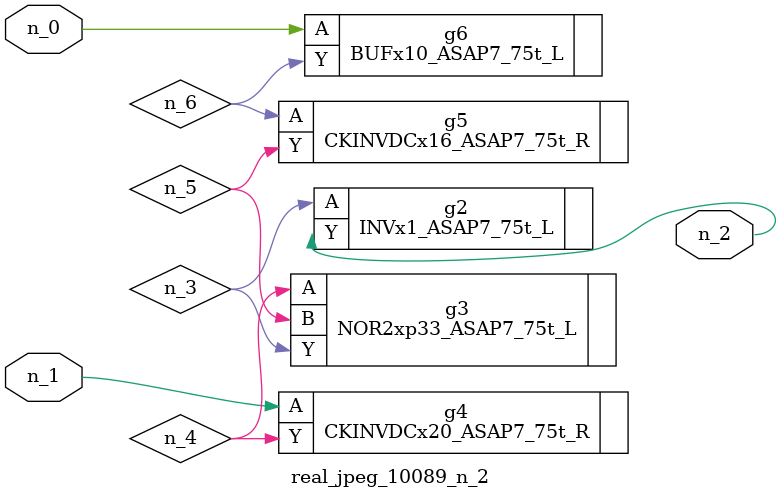
<source format=v>
module real_jpeg_10089_n_2 (n_1, n_0, n_2);

input n_1;
input n_0;

output n_2;

wire n_5;
wire n_4;
wire n_6;
wire n_3;

BUFx10_ASAP7_75t_L g6 ( 
.A(n_0),
.Y(n_6)
);

CKINVDCx20_ASAP7_75t_R g4 ( 
.A(n_1),
.Y(n_4)
);

INVx1_ASAP7_75t_L g2 ( 
.A(n_3),
.Y(n_2)
);

NOR2xp33_ASAP7_75t_L g3 ( 
.A(n_4),
.B(n_5),
.Y(n_3)
);

CKINVDCx16_ASAP7_75t_R g5 ( 
.A(n_6),
.Y(n_5)
);


endmodule
</source>
